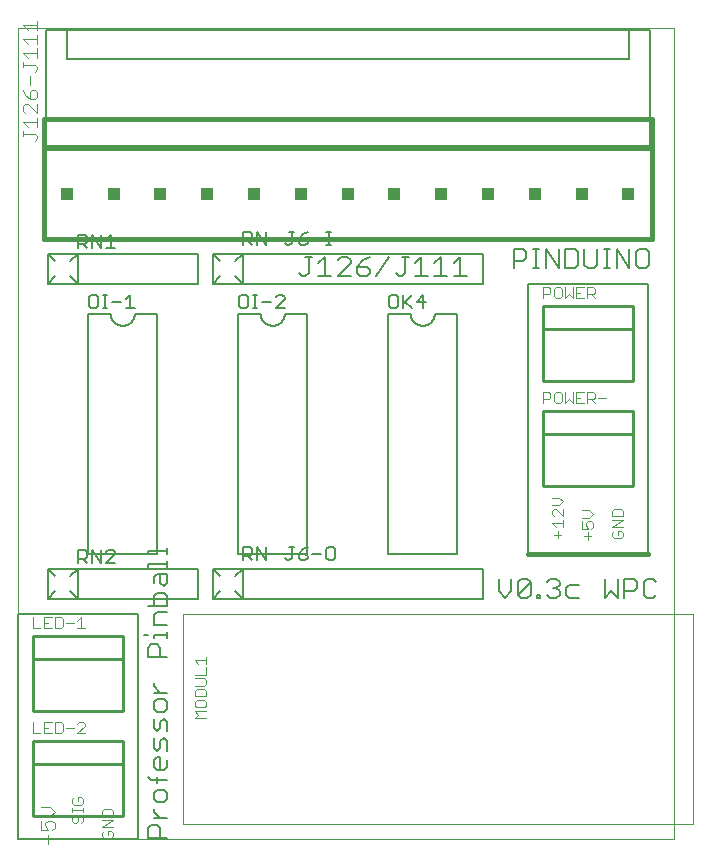
<source format=gto>
G75*
%MOIN*%
%OFA0B0*%
%FSLAX25Y25*%
%IPPOS*%
%LPD*%
%AMOC8*
5,1,8,0,0,1.08239X$1,22.5*
%
%ADD10C,0.00000*%
%ADD11C,0.00300*%
%ADD12C,0.00400*%
%ADD13C,0.00600*%
%ADD14C,0.00500*%
%ADD15C,0.01600*%
%ADD16C,0.01000*%
%ADD17C,0.00800*%
%ADD18C,0.01200*%
%ADD19R,0.04000X0.04000*%
D10*
X0011800Y0016800D02*
X0011800Y0287076D01*
X0230501Y0287076D01*
X0230501Y0016800D01*
X0011800Y0016800D01*
X0066800Y0021800D02*
X0236800Y0021800D01*
X0236800Y0091800D01*
X0066800Y0091800D01*
X0066800Y0021800D01*
D11*
X0043650Y0020633D02*
X0039947Y0020633D01*
X0043650Y0023102D01*
X0039947Y0023102D01*
X0039947Y0024316D02*
X0039947Y0026168D01*
X0040564Y0026785D01*
X0043033Y0026785D01*
X0043650Y0026168D01*
X0043650Y0024316D01*
X0039947Y0024316D01*
X0040564Y0019419D02*
X0039947Y0018802D01*
X0039947Y0017567D01*
X0040564Y0016950D01*
X0043033Y0016950D01*
X0043650Y0017567D01*
X0043650Y0018802D01*
X0043033Y0019419D01*
X0041798Y0019419D01*
X0041798Y0018184D01*
X0033650Y0022567D02*
X0033033Y0021950D01*
X0033650Y0022567D02*
X0033650Y0023802D01*
X0033033Y0024419D01*
X0032416Y0024419D01*
X0031798Y0023802D01*
X0031798Y0022567D01*
X0031181Y0021950D01*
X0030564Y0021950D01*
X0029947Y0022567D01*
X0029947Y0023802D01*
X0030564Y0024419D01*
X0029947Y0025633D02*
X0029947Y0026868D01*
X0029947Y0026250D02*
X0033650Y0026250D01*
X0033650Y0025633D02*
X0033650Y0026868D01*
X0033033Y0028089D02*
X0030564Y0028089D01*
X0029947Y0028706D01*
X0029947Y0029940D01*
X0030564Y0030557D01*
X0031798Y0030557D02*
X0031798Y0029323D01*
X0031798Y0030557D02*
X0033033Y0030557D01*
X0033650Y0029940D01*
X0033650Y0028706D01*
X0033033Y0028089D01*
X0070845Y0056950D02*
X0072058Y0058163D01*
X0070845Y0059377D01*
X0074485Y0059377D01*
X0073878Y0060575D02*
X0071451Y0060575D01*
X0070845Y0061182D01*
X0070845Y0062395D01*
X0071451Y0063002D01*
X0073878Y0063002D01*
X0074485Y0062395D01*
X0074485Y0061182D01*
X0073878Y0060575D01*
X0074485Y0056950D02*
X0070845Y0056950D01*
X0070845Y0064200D02*
X0070845Y0066020D01*
X0071451Y0066627D01*
X0073878Y0066627D01*
X0074485Y0066020D01*
X0074485Y0064200D01*
X0070845Y0064200D01*
X0070845Y0067825D02*
X0073878Y0067825D01*
X0074485Y0068432D01*
X0074485Y0069645D01*
X0073878Y0070252D01*
X0070845Y0070252D01*
X0070845Y0071451D02*
X0074485Y0071451D01*
X0074485Y0073877D01*
X0074485Y0075076D02*
X0074485Y0077502D01*
X0074485Y0076289D02*
X0070845Y0076289D01*
X0072058Y0075076D01*
X0189947Y0121868D02*
X0193650Y0121868D01*
X0193650Y0123102D02*
X0193650Y0120633D01*
X0191798Y0119419D02*
X0191798Y0116950D01*
X0190564Y0118184D02*
X0193033Y0118184D01*
X0191181Y0120633D02*
X0189947Y0121868D01*
X0190564Y0124316D02*
X0189947Y0124933D01*
X0189947Y0126168D01*
X0190564Y0126785D01*
X0191181Y0126785D01*
X0193650Y0124316D01*
X0193650Y0126785D01*
X0192416Y0127999D02*
X0193650Y0129234D01*
X0192416Y0130468D01*
X0189947Y0130468D01*
X0189947Y0127999D02*
X0192416Y0127999D01*
X0199947Y0126260D02*
X0202416Y0126260D01*
X0203650Y0125026D01*
X0202416Y0123792D01*
X0199947Y0123792D01*
X0199947Y0122577D02*
X0199947Y0120108D01*
X0201798Y0120108D01*
X0201181Y0121343D01*
X0201181Y0121960D01*
X0201798Y0122577D01*
X0203033Y0122577D01*
X0203650Y0121960D01*
X0203650Y0120726D01*
X0203033Y0120108D01*
X0201798Y0118894D02*
X0201798Y0116425D01*
X0200564Y0117660D02*
X0203033Y0117660D01*
X0209947Y0117567D02*
X0210564Y0116950D01*
X0213033Y0116950D01*
X0213650Y0117567D01*
X0213650Y0118802D01*
X0213033Y0119419D01*
X0211798Y0119419D01*
X0211798Y0118184D01*
X0210564Y0119419D02*
X0209947Y0118802D01*
X0209947Y0117567D01*
X0209947Y0120633D02*
X0213650Y0123102D01*
X0209947Y0123102D01*
X0209947Y0124316D02*
X0209947Y0126168D01*
X0210564Y0126785D01*
X0213033Y0126785D01*
X0213650Y0126168D01*
X0213650Y0124316D01*
X0209947Y0124316D01*
X0209947Y0120633D02*
X0213650Y0120633D01*
D12*
X0204135Y0162000D02*
X0202934Y0163201D01*
X0203534Y0163201D02*
X0201733Y0163201D01*
X0201733Y0162000D02*
X0201733Y0165603D01*
X0203534Y0165603D01*
X0204135Y0165003D01*
X0204135Y0163802D01*
X0203534Y0163201D01*
X0205416Y0163802D02*
X0207818Y0163802D01*
X0200451Y0165603D02*
X0198049Y0165603D01*
X0198049Y0162000D01*
X0200451Y0162000D01*
X0199250Y0163802D02*
X0198049Y0163802D01*
X0196768Y0162000D02*
X0196768Y0165603D01*
X0194366Y0165603D02*
X0194366Y0162000D01*
X0195567Y0163201D01*
X0196768Y0162000D01*
X0193085Y0162601D02*
X0193085Y0165003D01*
X0192485Y0165603D01*
X0191284Y0165603D01*
X0190683Y0165003D01*
X0190683Y0162601D01*
X0191284Y0162000D01*
X0192485Y0162000D01*
X0193085Y0162601D01*
X0189402Y0163802D02*
X0188802Y0163201D01*
X0187000Y0163201D01*
X0187000Y0162000D02*
X0187000Y0165603D01*
X0188802Y0165603D01*
X0189402Y0165003D01*
X0189402Y0163802D01*
X0191284Y0197000D02*
X0192485Y0197000D01*
X0193085Y0197601D01*
X0193085Y0200003D01*
X0192485Y0200603D01*
X0191284Y0200603D01*
X0190683Y0200003D01*
X0190683Y0197601D01*
X0191284Y0197000D01*
X0189402Y0198802D02*
X0188802Y0198201D01*
X0187000Y0198201D01*
X0187000Y0197000D02*
X0187000Y0200603D01*
X0188802Y0200603D01*
X0189402Y0200003D01*
X0189402Y0198802D01*
X0194366Y0200603D02*
X0194366Y0197000D01*
X0195567Y0198201D01*
X0196768Y0197000D01*
X0196768Y0200603D01*
X0198049Y0200603D02*
X0198049Y0197000D01*
X0200451Y0197000D01*
X0201733Y0197000D02*
X0201733Y0200603D01*
X0203534Y0200603D01*
X0204135Y0200003D01*
X0204135Y0198802D01*
X0203534Y0198201D01*
X0201733Y0198201D01*
X0202934Y0198201D02*
X0204135Y0197000D01*
X0200451Y0200603D02*
X0198049Y0200603D01*
X0198049Y0198802D02*
X0199250Y0198802D01*
X0034135Y0087000D02*
X0031733Y0087000D01*
X0032934Y0087000D02*
X0032934Y0090603D01*
X0031733Y0089402D01*
X0030451Y0088802D02*
X0028049Y0088802D01*
X0026768Y0090003D02*
X0026168Y0090603D01*
X0024366Y0090603D01*
X0024366Y0087000D01*
X0026168Y0087000D01*
X0026768Y0087601D01*
X0026768Y0090003D01*
X0023085Y0090603D02*
X0020683Y0090603D01*
X0020683Y0087000D01*
X0023085Y0087000D01*
X0021884Y0088802D02*
X0020683Y0088802D01*
X0019402Y0087000D02*
X0017000Y0087000D01*
X0017000Y0090603D01*
X0017000Y0055603D02*
X0017000Y0052000D01*
X0019402Y0052000D01*
X0020683Y0052000D02*
X0020683Y0055603D01*
X0023085Y0055603D01*
X0024366Y0055603D02*
X0024366Y0052000D01*
X0026168Y0052000D01*
X0026768Y0052601D01*
X0026768Y0055003D01*
X0026168Y0055603D01*
X0024366Y0055603D01*
X0023085Y0052000D02*
X0020683Y0052000D01*
X0020683Y0053802D02*
X0021884Y0053802D01*
X0028049Y0053802D02*
X0030451Y0053802D01*
X0031733Y0055003D02*
X0032333Y0055603D01*
X0033534Y0055603D01*
X0034135Y0055003D01*
X0034135Y0054402D01*
X0031733Y0052000D01*
X0034135Y0052000D01*
X0022565Y0027371D02*
X0019496Y0027371D01*
X0019496Y0024302D02*
X0022565Y0024302D01*
X0024100Y0025837D01*
X0022565Y0027371D01*
X0021798Y0022767D02*
X0023333Y0022767D01*
X0024100Y0022000D01*
X0024100Y0020465D01*
X0023333Y0019698D01*
X0021798Y0019698D02*
X0021031Y0021233D01*
X0021031Y0022000D01*
X0021798Y0022767D01*
X0019496Y0022767D02*
X0019496Y0019698D01*
X0021798Y0019698D01*
X0021798Y0018163D02*
X0021798Y0015094D01*
X0020263Y0016629D02*
X0023333Y0016629D01*
X0017447Y0249500D02*
X0018214Y0250267D01*
X0018214Y0251035D01*
X0017447Y0251802D01*
X0013610Y0251802D01*
X0013610Y0251035D02*
X0013610Y0252569D01*
X0015145Y0254104D02*
X0013610Y0255639D01*
X0018214Y0255639D01*
X0018214Y0257173D02*
X0018214Y0254104D01*
X0018214Y0258708D02*
X0015145Y0261777D01*
X0014378Y0261777D01*
X0013610Y0261010D01*
X0013610Y0259475D01*
X0014378Y0258708D01*
X0018214Y0258708D02*
X0018214Y0261777D01*
X0017447Y0263312D02*
X0015912Y0263312D01*
X0015912Y0265614D01*
X0016680Y0266381D01*
X0017447Y0266381D01*
X0018214Y0265614D01*
X0018214Y0264079D01*
X0017447Y0263312D01*
X0015912Y0263312D02*
X0014378Y0264846D01*
X0013610Y0266381D01*
X0015912Y0267916D02*
X0015912Y0270985D01*
X0017447Y0272520D02*
X0018214Y0273287D01*
X0018214Y0274054D01*
X0017447Y0274822D01*
X0013610Y0274822D01*
X0013610Y0275589D02*
X0013610Y0274054D01*
X0015145Y0277124D02*
X0013610Y0278658D01*
X0018214Y0278658D01*
X0018214Y0277124D02*
X0018214Y0280193D01*
X0018214Y0281727D02*
X0018214Y0284797D01*
X0018214Y0286331D02*
X0018214Y0289401D01*
X0018214Y0287866D02*
X0013610Y0287866D01*
X0015145Y0286331D01*
X0013610Y0283262D02*
X0018214Y0283262D01*
X0015145Y0281727D02*
X0013610Y0283262D01*
D13*
X0021800Y0211800D02*
X0031800Y0211800D01*
X0031800Y0201800D01*
X0071800Y0201800D01*
X0071800Y0211800D01*
X0031800Y0211800D01*
X0029300Y0209300D01*
X0029300Y0204300D02*
X0031800Y0201800D01*
X0021800Y0201800D01*
X0024300Y0204300D01*
X0021800Y0201800D02*
X0021800Y0211800D01*
X0024300Y0209300D01*
X0035300Y0191800D02*
X0042800Y0191800D01*
X0042802Y0191674D01*
X0042808Y0191549D01*
X0042818Y0191424D01*
X0042832Y0191299D01*
X0042849Y0191174D01*
X0042871Y0191050D01*
X0042896Y0190927D01*
X0042926Y0190805D01*
X0042959Y0190684D01*
X0042996Y0190564D01*
X0043036Y0190445D01*
X0043081Y0190328D01*
X0043129Y0190211D01*
X0043181Y0190097D01*
X0043236Y0189984D01*
X0043295Y0189873D01*
X0043357Y0189764D01*
X0043423Y0189657D01*
X0043492Y0189552D01*
X0043564Y0189449D01*
X0043639Y0189348D01*
X0043718Y0189250D01*
X0043800Y0189155D01*
X0043884Y0189062D01*
X0043972Y0188972D01*
X0044062Y0188884D01*
X0044155Y0188800D01*
X0044250Y0188718D01*
X0044348Y0188639D01*
X0044449Y0188564D01*
X0044552Y0188492D01*
X0044657Y0188423D01*
X0044764Y0188357D01*
X0044873Y0188295D01*
X0044984Y0188236D01*
X0045097Y0188181D01*
X0045211Y0188129D01*
X0045328Y0188081D01*
X0045445Y0188036D01*
X0045564Y0187996D01*
X0045684Y0187959D01*
X0045805Y0187926D01*
X0045927Y0187896D01*
X0046050Y0187871D01*
X0046174Y0187849D01*
X0046299Y0187832D01*
X0046424Y0187818D01*
X0046549Y0187808D01*
X0046674Y0187802D01*
X0046800Y0187800D01*
X0046926Y0187802D01*
X0047051Y0187808D01*
X0047176Y0187818D01*
X0047301Y0187832D01*
X0047426Y0187849D01*
X0047550Y0187871D01*
X0047673Y0187896D01*
X0047795Y0187926D01*
X0047916Y0187959D01*
X0048036Y0187996D01*
X0048155Y0188036D01*
X0048272Y0188081D01*
X0048389Y0188129D01*
X0048503Y0188181D01*
X0048616Y0188236D01*
X0048727Y0188295D01*
X0048836Y0188357D01*
X0048943Y0188423D01*
X0049048Y0188492D01*
X0049151Y0188564D01*
X0049252Y0188639D01*
X0049350Y0188718D01*
X0049445Y0188800D01*
X0049538Y0188884D01*
X0049628Y0188972D01*
X0049716Y0189062D01*
X0049800Y0189155D01*
X0049882Y0189250D01*
X0049961Y0189348D01*
X0050036Y0189449D01*
X0050108Y0189552D01*
X0050177Y0189657D01*
X0050243Y0189764D01*
X0050305Y0189873D01*
X0050364Y0189984D01*
X0050419Y0190097D01*
X0050471Y0190211D01*
X0050519Y0190328D01*
X0050564Y0190445D01*
X0050604Y0190564D01*
X0050641Y0190684D01*
X0050674Y0190805D01*
X0050704Y0190927D01*
X0050729Y0191050D01*
X0050751Y0191174D01*
X0050768Y0191299D01*
X0050782Y0191424D01*
X0050792Y0191549D01*
X0050798Y0191674D01*
X0050800Y0191800D01*
X0058300Y0191800D01*
X0058300Y0111800D01*
X0035300Y0111800D01*
X0035300Y0191800D01*
X0076800Y0201800D02*
X0086800Y0201800D01*
X0166800Y0201800D01*
X0166800Y0211800D01*
X0086800Y0211800D01*
X0076800Y0211800D01*
X0079300Y0209300D01*
X0076800Y0211800D02*
X0076800Y0201800D01*
X0079300Y0204300D01*
X0084300Y0204300D02*
X0086800Y0201800D01*
X0086800Y0211800D01*
X0084300Y0209300D01*
X0085300Y0191800D02*
X0092800Y0191800D01*
X0092802Y0191674D01*
X0092808Y0191549D01*
X0092818Y0191424D01*
X0092832Y0191299D01*
X0092849Y0191174D01*
X0092871Y0191050D01*
X0092896Y0190927D01*
X0092926Y0190805D01*
X0092959Y0190684D01*
X0092996Y0190564D01*
X0093036Y0190445D01*
X0093081Y0190328D01*
X0093129Y0190211D01*
X0093181Y0190097D01*
X0093236Y0189984D01*
X0093295Y0189873D01*
X0093357Y0189764D01*
X0093423Y0189657D01*
X0093492Y0189552D01*
X0093564Y0189449D01*
X0093639Y0189348D01*
X0093718Y0189250D01*
X0093800Y0189155D01*
X0093884Y0189062D01*
X0093972Y0188972D01*
X0094062Y0188884D01*
X0094155Y0188800D01*
X0094250Y0188718D01*
X0094348Y0188639D01*
X0094449Y0188564D01*
X0094552Y0188492D01*
X0094657Y0188423D01*
X0094764Y0188357D01*
X0094873Y0188295D01*
X0094984Y0188236D01*
X0095097Y0188181D01*
X0095211Y0188129D01*
X0095328Y0188081D01*
X0095445Y0188036D01*
X0095564Y0187996D01*
X0095684Y0187959D01*
X0095805Y0187926D01*
X0095927Y0187896D01*
X0096050Y0187871D01*
X0096174Y0187849D01*
X0096299Y0187832D01*
X0096424Y0187818D01*
X0096549Y0187808D01*
X0096674Y0187802D01*
X0096800Y0187800D01*
X0096926Y0187802D01*
X0097051Y0187808D01*
X0097176Y0187818D01*
X0097301Y0187832D01*
X0097426Y0187849D01*
X0097550Y0187871D01*
X0097673Y0187896D01*
X0097795Y0187926D01*
X0097916Y0187959D01*
X0098036Y0187996D01*
X0098155Y0188036D01*
X0098272Y0188081D01*
X0098389Y0188129D01*
X0098503Y0188181D01*
X0098616Y0188236D01*
X0098727Y0188295D01*
X0098836Y0188357D01*
X0098943Y0188423D01*
X0099048Y0188492D01*
X0099151Y0188564D01*
X0099252Y0188639D01*
X0099350Y0188718D01*
X0099445Y0188800D01*
X0099538Y0188884D01*
X0099628Y0188972D01*
X0099716Y0189062D01*
X0099800Y0189155D01*
X0099882Y0189250D01*
X0099961Y0189348D01*
X0100036Y0189449D01*
X0100108Y0189552D01*
X0100177Y0189657D01*
X0100243Y0189764D01*
X0100305Y0189873D01*
X0100364Y0189984D01*
X0100419Y0190097D01*
X0100471Y0190211D01*
X0100519Y0190328D01*
X0100564Y0190445D01*
X0100604Y0190564D01*
X0100641Y0190684D01*
X0100674Y0190805D01*
X0100704Y0190927D01*
X0100729Y0191050D01*
X0100751Y0191174D01*
X0100768Y0191299D01*
X0100782Y0191424D01*
X0100792Y0191549D01*
X0100798Y0191674D01*
X0100800Y0191800D01*
X0108300Y0191800D01*
X0108300Y0111800D01*
X0085300Y0111800D01*
X0085300Y0191800D01*
X0105600Y0205368D02*
X0106668Y0204300D01*
X0107735Y0204300D01*
X0108803Y0205368D01*
X0108803Y0210705D01*
X0109870Y0210705D02*
X0107735Y0210705D01*
X0112045Y0208570D02*
X0114181Y0210705D01*
X0114181Y0204300D01*
X0116316Y0204300D02*
X0112045Y0204300D01*
X0118491Y0204300D02*
X0122761Y0208570D01*
X0122761Y0209638D01*
X0121694Y0210705D01*
X0119559Y0210705D01*
X0118491Y0209638D01*
X0118491Y0204300D02*
X0122761Y0204300D01*
X0124936Y0205368D02*
X0124936Y0207503D01*
X0128139Y0207503D01*
X0129207Y0206435D01*
X0129207Y0205368D01*
X0128139Y0204300D01*
X0126004Y0204300D01*
X0124936Y0205368D01*
X0124936Y0207503D02*
X0127072Y0209638D01*
X0129207Y0210705D01*
X0135652Y0210705D02*
X0131382Y0204300D01*
X0137827Y0205368D02*
X0138895Y0204300D01*
X0139963Y0204300D01*
X0141030Y0205368D01*
X0141030Y0210705D01*
X0139963Y0210705D02*
X0142098Y0210705D01*
X0144273Y0208570D02*
X0146408Y0210705D01*
X0146408Y0204300D01*
X0144273Y0204300D02*
X0148543Y0204300D01*
X0150718Y0204300D02*
X0154989Y0204300D01*
X0152854Y0204300D02*
X0152854Y0210705D01*
X0150718Y0208570D01*
X0157164Y0208570D02*
X0159299Y0210705D01*
X0159299Y0204300D01*
X0157164Y0204300D02*
X0161434Y0204300D01*
X0158300Y0191800D02*
X0150800Y0191800D01*
X0150798Y0191674D01*
X0150792Y0191549D01*
X0150782Y0191424D01*
X0150768Y0191299D01*
X0150751Y0191174D01*
X0150729Y0191050D01*
X0150704Y0190927D01*
X0150674Y0190805D01*
X0150641Y0190684D01*
X0150604Y0190564D01*
X0150564Y0190445D01*
X0150519Y0190328D01*
X0150471Y0190211D01*
X0150419Y0190097D01*
X0150364Y0189984D01*
X0150305Y0189873D01*
X0150243Y0189764D01*
X0150177Y0189657D01*
X0150108Y0189552D01*
X0150036Y0189449D01*
X0149961Y0189348D01*
X0149882Y0189250D01*
X0149800Y0189155D01*
X0149716Y0189062D01*
X0149628Y0188972D01*
X0149538Y0188884D01*
X0149445Y0188800D01*
X0149350Y0188718D01*
X0149252Y0188639D01*
X0149151Y0188564D01*
X0149048Y0188492D01*
X0148943Y0188423D01*
X0148836Y0188357D01*
X0148727Y0188295D01*
X0148616Y0188236D01*
X0148503Y0188181D01*
X0148389Y0188129D01*
X0148272Y0188081D01*
X0148155Y0188036D01*
X0148036Y0187996D01*
X0147916Y0187959D01*
X0147795Y0187926D01*
X0147673Y0187896D01*
X0147550Y0187871D01*
X0147426Y0187849D01*
X0147301Y0187832D01*
X0147176Y0187818D01*
X0147051Y0187808D01*
X0146926Y0187802D01*
X0146800Y0187800D01*
X0146674Y0187802D01*
X0146549Y0187808D01*
X0146424Y0187818D01*
X0146299Y0187832D01*
X0146174Y0187849D01*
X0146050Y0187871D01*
X0145927Y0187896D01*
X0145805Y0187926D01*
X0145684Y0187959D01*
X0145564Y0187996D01*
X0145445Y0188036D01*
X0145328Y0188081D01*
X0145211Y0188129D01*
X0145097Y0188181D01*
X0144984Y0188236D01*
X0144873Y0188295D01*
X0144764Y0188357D01*
X0144657Y0188423D01*
X0144552Y0188492D01*
X0144449Y0188564D01*
X0144348Y0188639D01*
X0144250Y0188718D01*
X0144155Y0188800D01*
X0144062Y0188884D01*
X0143972Y0188972D01*
X0143884Y0189062D01*
X0143800Y0189155D01*
X0143718Y0189250D01*
X0143639Y0189348D01*
X0143564Y0189449D01*
X0143492Y0189552D01*
X0143423Y0189657D01*
X0143357Y0189764D01*
X0143295Y0189873D01*
X0143236Y0189984D01*
X0143181Y0190097D01*
X0143129Y0190211D01*
X0143081Y0190328D01*
X0143036Y0190445D01*
X0142996Y0190564D01*
X0142959Y0190684D01*
X0142926Y0190805D01*
X0142896Y0190927D01*
X0142871Y0191050D01*
X0142849Y0191174D01*
X0142832Y0191299D01*
X0142818Y0191424D01*
X0142808Y0191549D01*
X0142802Y0191674D01*
X0142800Y0191800D01*
X0135300Y0191800D01*
X0135300Y0111800D01*
X0158300Y0111800D01*
X0158300Y0191800D01*
X0177100Y0207100D02*
X0177100Y0213505D01*
X0180303Y0213505D01*
X0181370Y0212438D01*
X0181370Y0210303D01*
X0180303Y0209235D01*
X0177100Y0209235D01*
X0183545Y0207100D02*
X0185681Y0207100D01*
X0184613Y0207100D02*
X0184613Y0213505D01*
X0183545Y0213505D02*
X0185681Y0213505D01*
X0187842Y0213505D02*
X0192113Y0207100D01*
X0192113Y0213505D01*
X0194288Y0213505D02*
X0197491Y0213505D01*
X0198558Y0212438D01*
X0198558Y0208168D01*
X0197491Y0207100D01*
X0194288Y0207100D01*
X0194288Y0213505D01*
X0187842Y0213505D02*
X0187842Y0207100D01*
X0200733Y0208168D02*
X0201801Y0207100D01*
X0203936Y0207100D01*
X0205004Y0208168D01*
X0205004Y0213505D01*
X0207179Y0213505D02*
X0209314Y0213505D01*
X0208247Y0213505D02*
X0208247Y0207100D01*
X0209314Y0207100D02*
X0207179Y0207100D01*
X0211476Y0207100D02*
X0211476Y0213505D01*
X0215746Y0207100D01*
X0215746Y0213505D01*
X0217921Y0212438D02*
X0217921Y0208168D01*
X0218989Y0207100D01*
X0221124Y0207100D01*
X0222192Y0208168D01*
X0222192Y0212438D01*
X0221124Y0213505D01*
X0218989Y0213505D01*
X0217921Y0212438D01*
X0200733Y0213505D02*
X0200733Y0208168D01*
X0166800Y0106800D02*
X0086800Y0106800D01*
X0076800Y0106800D01*
X0079300Y0104300D01*
X0076800Y0106800D02*
X0076800Y0096800D01*
X0086800Y0096800D01*
X0166800Y0096800D01*
X0166800Y0106800D01*
X0172100Y0103505D02*
X0172100Y0099235D01*
X0174235Y0097100D01*
X0176370Y0099235D01*
X0176370Y0103505D01*
X0178545Y0102438D02*
X0179613Y0103505D01*
X0181748Y0103505D01*
X0182816Y0102438D01*
X0178545Y0098168D01*
X0179613Y0097100D01*
X0181748Y0097100D01*
X0182816Y0098168D01*
X0182816Y0102438D01*
X0178545Y0102438D02*
X0178545Y0098168D01*
X0184991Y0098168D02*
X0186059Y0098168D01*
X0186059Y0097100D01*
X0184991Y0097100D01*
X0184991Y0098168D01*
X0188214Y0098168D02*
X0189281Y0097100D01*
X0191416Y0097100D01*
X0192484Y0098168D01*
X0192484Y0099235D01*
X0191416Y0100303D01*
X0190349Y0100303D01*
X0191416Y0100303D02*
X0192484Y0101370D01*
X0192484Y0102438D01*
X0191416Y0103505D01*
X0189281Y0103505D01*
X0188214Y0102438D01*
X0194659Y0100303D02*
X0194659Y0098168D01*
X0195727Y0097100D01*
X0198930Y0097100D01*
X0198930Y0101370D02*
X0195727Y0101370D01*
X0194659Y0100303D01*
X0207550Y0103505D02*
X0207550Y0097100D01*
X0209685Y0099235D01*
X0211821Y0097100D01*
X0211821Y0103505D01*
X0213996Y0103505D02*
X0217198Y0103505D01*
X0218266Y0102438D01*
X0218266Y0100303D01*
X0217198Y0099235D01*
X0213996Y0099235D01*
X0213996Y0097100D02*
X0213996Y0103505D01*
X0220441Y0102438D02*
X0220441Y0098168D01*
X0221509Y0097100D01*
X0223644Y0097100D01*
X0224712Y0098168D01*
X0224712Y0102438D02*
X0223644Y0103505D01*
X0221509Y0103505D01*
X0220441Y0102438D01*
X0086800Y0106800D02*
X0086800Y0096800D01*
X0084300Y0099300D01*
X0084300Y0104300D02*
X0086800Y0106800D01*
X0079300Y0099300D02*
X0076800Y0096800D01*
X0071800Y0096800D02*
X0031800Y0096800D01*
X0031800Y0106800D01*
X0021800Y0106800D01*
X0024300Y0104300D01*
X0021800Y0106800D02*
X0021800Y0096800D01*
X0031800Y0096800D01*
X0029300Y0099300D01*
X0029300Y0104300D02*
X0031800Y0106800D01*
X0071800Y0106800D01*
X0071800Y0096800D01*
X0061500Y0097649D02*
X0061500Y0094446D01*
X0055095Y0094446D01*
X0057230Y0094446D02*
X0057230Y0097649D01*
X0058297Y0098716D01*
X0060432Y0098716D01*
X0061500Y0097649D01*
X0060432Y0100891D02*
X0059365Y0101959D01*
X0059365Y0105162D01*
X0058297Y0105162D02*
X0057230Y0104094D01*
X0057230Y0101959D01*
X0060432Y0100891D02*
X0061500Y0101959D01*
X0061500Y0105162D01*
X0058297Y0105162D01*
X0055095Y0107337D02*
X0055095Y0108405D01*
X0061500Y0108405D01*
X0061500Y0109472D02*
X0061500Y0107337D01*
X0061500Y0111634D02*
X0061500Y0113769D01*
X0061500Y0112702D02*
X0055095Y0112702D01*
X0055095Y0111634D01*
X0058297Y0092271D02*
X0061500Y0092271D01*
X0061500Y0088000D02*
X0057230Y0088000D01*
X0057230Y0091203D01*
X0058297Y0092271D01*
X0061500Y0085839D02*
X0061500Y0083703D01*
X0061500Y0084771D02*
X0057230Y0084771D01*
X0057230Y0083703D01*
X0055095Y0084771D02*
X0054027Y0084771D01*
X0056162Y0081528D02*
X0058297Y0081528D01*
X0059365Y0080461D01*
X0059365Y0077258D01*
X0061500Y0077258D02*
X0055095Y0077258D01*
X0055095Y0080461D01*
X0056162Y0081528D01*
X0057230Y0068644D02*
X0057230Y0067576D01*
X0059365Y0065441D01*
X0061500Y0065441D02*
X0057230Y0065441D01*
X0058297Y0063266D02*
X0057230Y0062198D01*
X0057230Y0060063D01*
X0058297Y0058996D01*
X0060432Y0058996D01*
X0061500Y0060063D01*
X0061500Y0062198D01*
X0060432Y0063266D01*
X0058297Y0063266D01*
X0057230Y0056821D02*
X0057230Y0053618D01*
X0058297Y0052550D01*
X0059365Y0053618D01*
X0059365Y0055753D01*
X0060432Y0056821D01*
X0061500Y0055753D01*
X0061500Y0052550D01*
X0060432Y0050375D02*
X0059365Y0049307D01*
X0059365Y0047172D01*
X0058297Y0046105D01*
X0057230Y0047172D01*
X0057230Y0050375D01*
X0060432Y0050375D02*
X0061500Y0049307D01*
X0061500Y0046105D01*
X0059365Y0043930D02*
X0059365Y0039659D01*
X0060432Y0039659D02*
X0058297Y0039659D01*
X0057230Y0040727D01*
X0057230Y0042862D01*
X0058297Y0043930D01*
X0059365Y0043930D01*
X0061500Y0042862D02*
X0061500Y0040727D01*
X0060432Y0039659D01*
X0058297Y0037497D02*
X0058297Y0035362D01*
X0058297Y0033187D02*
X0057230Y0032119D01*
X0057230Y0029984D01*
X0058297Y0028917D01*
X0060432Y0028917D01*
X0061500Y0029984D01*
X0061500Y0032119D01*
X0060432Y0033187D01*
X0058297Y0033187D01*
X0056162Y0036430D02*
X0055095Y0037497D01*
X0056162Y0036430D02*
X0061500Y0036430D01*
X0057230Y0026748D02*
X0057230Y0025681D01*
X0059365Y0023545D01*
X0061500Y0023545D02*
X0057230Y0023545D01*
X0058297Y0021370D02*
X0059365Y0020303D01*
X0059365Y0017100D01*
X0061500Y0017100D02*
X0055095Y0017100D01*
X0055095Y0020303D01*
X0056162Y0021370D01*
X0058297Y0021370D01*
X0021800Y0096800D02*
X0024300Y0099300D01*
D14*
X0011800Y0091800D02*
X0011800Y0016800D01*
X0051800Y0016800D01*
X0051800Y0091800D01*
X0011800Y0091800D01*
X0032050Y0108550D02*
X0032050Y0113054D01*
X0034302Y0113054D01*
X0035053Y0112303D01*
X0035053Y0110802D01*
X0034302Y0110051D01*
X0032050Y0110051D01*
X0033551Y0110051D02*
X0035053Y0108550D01*
X0036654Y0108550D02*
X0036654Y0113054D01*
X0039656Y0108550D01*
X0039656Y0113054D01*
X0041258Y0112303D02*
X0042008Y0113054D01*
X0043510Y0113054D01*
X0044260Y0112303D01*
X0044260Y0111553D01*
X0041258Y0108550D01*
X0044260Y0108550D01*
X0087050Y0109550D02*
X0087050Y0114054D01*
X0089302Y0114054D01*
X0090053Y0113303D01*
X0090053Y0111802D01*
X0089302Y0111051D01*
X0087050Y0111051D01*
X0088551Y0111051D02*
X0090053Y0109550D01*
X0091654Y0109550D02*
X0091654Y0114054D01*
X0094656Y0109550D01*
X0094656Y0114054D01*
X0096258Y0111802D02*
X0099260Y0111802D01*
X0100862Y0110301D02*
X0101612Y0109550D01*
X0102363Y0109550D01*
X0103114Y0110301D01*
X0103114Y0114054D01*
X0103864Y0114054D02*
X0102363Y0114054D01*
X0105466Y0111802D02*
X0107718Y0111802D01*
X0108468Y0111051D01*
X0108468Y0110301D01*
X0107718Y0109550D01*
X0106216Y0109550D01*
X0105466Y0110301D01*
X0105466Y0111802D01*
X0106967Y0113303D01*
X0108468Y0114054D01*
X0110070Y0111802D02*
X0113072Y0111802D01*
X0114674Y0113303D02*
X0114674Y0110301D01*
X0115424Y0109550D01*
X0116925Y0109550D01*
X0117676Y0110301D01*
X0117676Y0113303D01*
X0116925Y0114054D01*
X0115424Y0114054D01*
X0114674Y0113303D01*
X0181800Y0111800D02*
X0181800Y0201800D01*
X0221800Y0201800D01*
X0221800Y0111800D01*
X0147010Y0193550D02*
X0147010Y0198054D01*
X0144758Y0195802D01*
X0147760Y0195802D01*
X0143156Y0198054D02*
X0140154Y0195051D01*
X0140905Y0195802D02*
X0143156Y0193550D01*
X0140154Y0193550D02*
X0140154Y0198054D01*
X0138553Y0197303D02*
X0138553Y0194301D01*
X0137802Y0193550D01*
X0136301Y0193550D01*
X0135550Y0194301D01*
X0135550Y0197303D01*
X0136301Y0198054D01*
X0137802Y0198054D01*
X0138553Y0197303D01*
X0116175Y0214550D02*
X0114674Y0214550D01*
X0115424Y0214550D02*
X0115424Y0219054D01*
X0114674Y0219054D02*
X0116175Y0219054D01*
X0113072Y0216802D02*
X0110070Y0216802D01*
X0108468Y0216051D02*
X0107718Y0216802D01*
X0105466Y0216802D01*
X0105466Y0215301D01*
X0106216Y0214550D01*
X0107718Y0214550D01*
X0108468Y0215301D01*
X0108468Y0216051D01*
X0106967Y0218303D02*
X0105466Y0216802D01*
X0106967Y0218303D02*
X0108468Y0219054D01*
X0103864Y0219054D02*
X0102363Y0219054D01*
X0103114Y0219054D02*
X0103114Y0215301D01*
X0102363Y0214550D01*
X0101612Y0214550D01*
X0100862Y0215301D01*
X0099260Y0216802D02*
X0096258Y0216802D01*
X0094656Y0214550D02*
X0094656Y0219054D01*
X0091654Y0219054D02*
X0094656Y0214550D01*
X0091654Y0214550D02*
X0091654Y0219054D01*
X0090053Y0218303D02*
X0090053Y0216802D01*
X0089302Y0216051D01*
X0087050Y0216051D01*
X0087050Y0214550D02*
X0087050Y0219054D01*
X0089302Y0219054D01*
X0090053Y0218303D01*
X0088551Y0216051D02*
X0090053Y0214550D01*
X0090154Y0198054D02*
X0091655Y0198054D01*
X0090905Y0198054D02*
X0090905Y0193550D01*
X0091655Y0193550D02*
X0090154Y0193550D01*
X0088553Y0194301D02*
X0088553Y0197303D01*
X0087802Y0198054D01*
X0086301Y0198054D01*
X0085550Y0197303D01*
X0085550Y0194301D01*
X0086301Y0193550D01*
X0087802Y0193550D01*
X0088553Y0194301D01*
X0093223Y0195802D02*
X0096226Y0195802D01*
X0097827Y0197303D02*
X0098578Y0198054D01*
X0100079Y0198054D01*
X0100830Y0197303D01*
X0100830Y0196553D01*
X0097827Y0193550D01*
X0100830Y0193550D01*
X0050830Y0193550D02*
X0047827Y0193550D01*
X0049328Y0193550D02*
X0049328Y0198054D01*
X0047827Y0196553D01*
X0046226Y0195802D02*
X0043223Y0195802D01*
X0041655Y0198054D02*
X0040154Y0198054D01*
X0040905Y0198054D02*
X0040905Y0193550D01*
X0041655Y0193550D02*
X0040154Y0193550D01*
X0038553Y0194301D02*
X0038553Y0197303D01*
X0037802Y0198054D01*
X0036301Y0198054D01*
X0035550Y0197303D01*
X0035550Y0194301D01*
X0036301Y0193550D01*
X0037802Y0193550D01*
X0038553Y0194301D01*
X0039656Y0213550D02*
X0039656Y0218054D01*
X0041258Y0216553D02*
X0042759Y0218054D01*
X0042759Y0213550D01*
X0041258Y0213550D02*
X0044260Y0213550D01*
X0039656Y0213550D02*
X0036654Y0218054D01*
X0036654Y0213550D01*
X0035053Y0213550D02*
X0033551Y0215051D01*
X0034302Y0215051D02*
X0032050Y0215051D01*
X0032050Y0213550D02*
X0032050Y0218054D01*
X0034302Y0218054D01*
X0035053Y0217303D01*
X0035053Y0215802D01*
X0034302Y0215051D01*
D15*
X0020700Y0216800D02*
X0020700Y0246800D01*
X0020700Y0256800D01*
X0223200Y0256800D01*
X0223200Y0246800D01*
X0223200Y0216800D01*
X0020700Y0216800D01*
X0181800Y0111800D02*
X0221800Y0111800D01*
D16*
X0216800Y0134300D02*
X0186800Y0134300D01*
X0186800Y0151800D01*
X0216800Y0151800D01*
X0216800Y0134300D01*
X0216800Y0151800D02*
X0216800Y0159300D01*
X0186800Y0159300D01*
X0186800Y0151800D01*
X0186800Y0169300D02*
X0186800Y0186800D01*
X0216800Y0186800D01*
X0216800Y0169300D01*
X0186800Y0169300D01*
X0186800Y0186800D02*
X0186800Y0194300D01*
X0216800Y0194300D01*
X0216800Y0186800D01*
X0046800Y0084300D02*
X0046800Y0076800D01*
X0016800Y0076800D01*
X0016800Y0084300D01*
X0046800Y0084300D01*
X0046800Y0076800D02*
X0046800Y0059300D01*
X0016800Y0059300D01*
X0016800Y0076800D01*
X0016800Y0049300D02*
X0016800Y0041800D01*
X0046800Y0041800D01*
X0046800Y0024300D01*
X0016800Y0024300D01*
X0016800Y0041800D01*
X0016800Y0049300D02*
X0046800Y0049300D01*
X0046800Y0041800D01*
D17*
X0021150Y0247804D02*
X0222548Y0247804D01*
X0222548Y0286288D01*
X0215461Y0286288D01*
X0215461Y0276741D01*
X0028237Y0276741D01*
X0028237Y0286288D01*
X0021150Y0286288D01*
X0021150Y0247804D01*
X0028237Y0286288D02*
X0215461Y0286288D01*
D18*
X0223200Y0246800D02*
X0020700Y0246800D01*
D19*
X0028200Y0231800D03*
X0043800Y0231800D03*
X0059400Y0231800D03*
X0075000Y0231800D03*
X0090600Y0231800D03*
X0106200Y0231800D03*
X0121800Y0231800D03*
X0137400Y0231800D03*
X0153000Y0231800D03*
X0168600Y0231800D03*
X0184200Y0231800D03*
X0199800Y0231800D03*
X0215400Y0231800D03*
M02*

</source>
